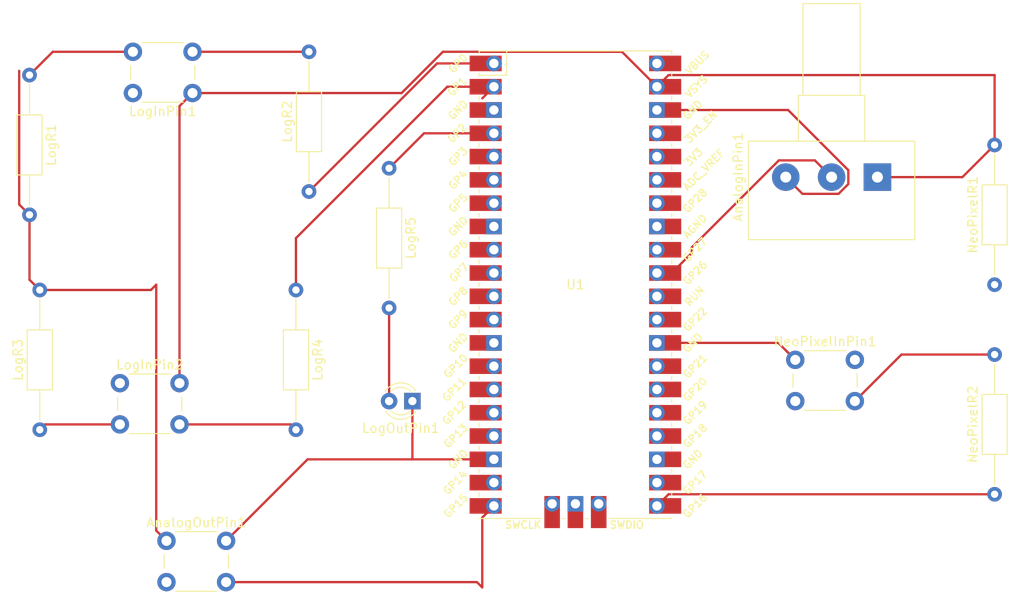
<source format=kicad_pcb>
(kicad_pcb (version 20221018) (generator pcbnew)
  (layers (0 "F.Cu" signal) (31 "B.Cu" signal) (34 "B.Paste" user) (35 "F.Paste" user) (36 "B.SilkS" user "B.Silkscreen") (37 "F.SilkS" user "F.Silkscreen") (38 "B.Mask" user) (39 "F.Mask" user) (44 "Edge.Cuts" user))
  (net 0 "")
  (net 1 "+3V0")
  (net 2 "Net-(U1-GPIO26_ADC0)")
  (net 3 "GND")
  (net 4 "Net-(AnalogOutPin1--)")
  (net 5 "Net-(LogInPin1-Pad2)")
  (net 6 "Net-(LogInPin2-Pad2)")
  (net 7 "Net-(LogOutPin1-A)")
  (net 8 "Net-(NeoPixelInPin1-Pad2)")
  (net 9 "Net-(U1-GPIO1)")
  (net 10 "Net-(U1-GPIO0)")
  (net 11 "Net-(U1-GPIO2)")
  (net 12 "Net-(U1-GPIO16)")
  (footprint "Resistor_THT:R_Axial_DIN0207_L6.3mm_D2.5mm_P15.24mm_Horizontal" (layer "F.Cu") (at 127 71.12 90)
    (fp_text reference "NeoPixelR2" (at 7.62 -2.37 90) (layer "F.SilkS"))
    (fp_text value "10K")
    (fp_line (start 1.04 0) (end 4.35 0) (stroke (width 0.12)) (layer "F.SilkS"))
    (fp_line (start 4.35 -1.37) (end 4.35 1.37) (stroke (width 0.12)) (layer "F.SilkS"))
    (fp_line (start 4.35 1.37) (end 10.89 1.37) (stroke (width 0.12)) (layer "F.SilkS"))
    (fp_line (start 10.89 -1.37) (end 4.35 -1.37) (stroke (width 0.12)) (layer "F.SilkS"))
    (fp_line (start 10.89 1.37) (end 10.89 -1.37) (stroke (width 0.12)) (layer "F.SilkS"))
    (fp_line (start 14.2 0) (end 10.89 0) (stroke (width 0.12)) (layer "F.SilkS"))
    (pad "1" thru_hole circle (at 0 0 90) (size 1.6 1.6) (drill 0.8) (layers "*.Cu" "*.Mask") (net 12 "Net-(U1-GPIO16)"))
    (pad "2" thru_hole oval (at 15.24 0 90) (size 1.6 1.6) (drill 0.8) (layers "*.Cu" "*.Mask") (net 8 "Net-(NeoPixelInPin1-Pad2)"))
  )
  (footprint "MCU_RaspberryPi_and_Boards:RPi_Pico_SMD_TH" (layer "F.Cu") (at 81.28 48.26)
    (fp_text reference "U1" (at 0 0) (layer "F.SilkS"))
    (fp_text value "Pico")
    (fp_text user "GND" (at 12.8 6.35 45) (layer "F.SilkS") (effects (font (size 0.8 0.8))))
    (fp_text user "GP16" (at 13.054 24.13 45) (layer "F.SilkS") (effects (font (size 0.8 0.8))))
    (fp_text user "GND" (at -12.8 -19.05 45) (layer "F.SilkS") (effects (font (size 0.8 0.8))))
    (fp_text user "GND" (at -12.8 19.05 45) (layer "F.SilkS") (effects (font (size 0.8 0.8))))
    (fp_text user "GP2" (at -12.9 -16.51 45) (layer "F.SilkS") (effects (font (size 0.8 0.8))))
    (fp_text user "GP22" (at 13.054 3.81 45) (layer "F.SilkS") (effects (font (size 0.8 0.8))))
    (fp_text user "GP1" (at -12.9 -21.6 45) (layer "F.SilkS") (effects (font (size 0.8 0.8))))
    (fp_text user "GP26" (at 13.054 -1.27 45) (layer "F.SilkS") (effects (font (size 0.8 0.8))))
    (fp_text user "3V3" (at 12.9 -13.9 45) (layer "F.SilkS") (effects (font (size 0.8 0.8))))
    (fp_text user "3V3_EN" (at 13.7 -17.2 45) (layer "F.SilkS") (effects (font (size 0.8 0.8))))
    (fp_text user "GP19" (at 13.054 13.97 45) (layer "F.SilkS") (effects (font (size 0.8 0.8))))
    (fp_text user "GP3" (at -12.8 -13.97 45) (layer "F.SilkS") (effects (font (size 0.8 0.8))))
    (fp_text user "GND" (at -12.8 6.35 45) (layer "F.SilkS") (effects (font (size 0.8 0.8))))
    (fp_text user "GP7" (at -12.7 -1.3 45) (layer "F.SilkS") (effects (font (size 0.8 0.8))))
    (fp_text user "GP11" (at -13.2 11.43 45) (layer "F.SilkS") (effects (font (size 0.8 0.8))))
    (fp_text user "GP9" (at -12.8 3.81 45) (layer "F.SilkS") (effects (font (size 0.8 0.8))))
    (fp_text user "GP6" (at -12.8 -3.81 45) (layer "F.SilkS") (effects (font (size 0.8 0.8))))
    (fp_text user "SWDIO" (at 5.6 26.2) (layer "F.SilkS") (effects (font (size 0.8 0.8))))
    (fp_text user "GP28" (at 13.054 -9.144 45) (layer "F.SilkS") (effects (font (size 0.8 0.8))))
    (fp_text user "ADC_VREF" (at 14 -12.5 45) (layer "F.SilkS") (effects (font (size 0.8 0.8))))
    (fp_text user "GP21" (at 13.054 8.9 45) (layer "F.SilkS") (effects (font (size 0.8 0.8))))
    (fp_text user "VSYS" (at 13.2 -21.59 45) (layer "F.SilkS") (effects (font (size 0.8 0.8))))
    (fp_text user "GND" (at 12.8 19.05 45) (layer "F.SilkS") (effects (font (size 0.8 0.8))))
    (fp_text user "GP17" (at 13.054 21.59 45) (layer "F.SilkS") (effects (font (size 0.8 0.8))))
    (fp_text user "GP18" (at 13.054 16.51 45) (layer "F.SilkS") (effects (font (size 0.8 0.8))))
    (fp_text user "GP14" (at -13.1 21.59 45) (layer "F.SilkS") (effects (font (size 0.8 0.8))))
    (fp_text user "GP15" (at -13.054 24.13 45) (layer "F.SilkS") (effects (font (size 0.8 0.8))))
    (fp_text user "GP8" (at -12.8 1.27 45) (layer "F.SilkS") (effects (font (size 0.8 0.8))))
    (fp_text user "GP27" (at 13.054 -3.8 45) (layer "F.SilkS") (effects (font (size 0.8 0.8))))
    (fp_text user "GND" (at 12.8 -19.05 45) (layer "F.SilkS") (effects (font (size 0.8 0.8))))
    (fp_text user "GP20" (at 13.054 11.43 45) (layer "F.SilkS") (effects (font (size 0.8 0.8))))
    (fp_text user "GND" (at -12.8 -6.35 45) (layer "F.SilkS") (effects (font (size 0.8 0.8))))
    (fp_text user "RUN" (at 13 1.27 45) (layer "F.SilkS") (effects (font (size 0.8 0.8))))
    (fp_text user "SWCLK" (at -5.7 26.2) (layer "F.SilkS") (effects (font (size 0.8 0.8))))
    (fp_text user "GP12" (at -13.2 13.97 45) (layer "F.SilkS") (effects (font (size 0.8 0.8))))
    (fp_text user "AGND" (at 13.054 -6.35 45) (layer "F.SilkS") (effects (font (size 0.8 0.8))))
    (fp_text user "VBUS" (at 13.3 -24.2 45) (layer "F.SilkS") (effects (font (size 0.8 0.8))))
    (fp_text user "GP5" (at -12.8 -8.89 45) (layer "F.SilkS") (effects (font (size 0.8 0.8))))
    (fp_text user "GP0" (at -12.8 -24.13 45) (layer "F.SilkS") (effects (font (size 0.8 0.8))))
    (fp_text user "GP4" (at -12.8 -11.43 45) (layer "F.SilkS") (effects (font (size 0.8 0.8))))
    (fp_text user "GP13" (at -13.054 16.51 45) (layer "F.SilkS") (effects (font (size 0.8 0.8))))
    (fp_text user "GP10" (at -13.054 8.89 45) (layer "F.SilkS") (effects (font (size 0.8 0.8))))
    (fp_line (start -10.5 -25.5) (end -10.5 -25.2) (stroke (width 0.12)) (layer "F.SilkS"))
    (fp_line (start -10.5 -25.5) (end 10.5 -25.5) (stroke (width 0.12)) (layer "F.SilkS"))
    (fp_line (start -10.5 -23.1) (end -10.5 -22.7) (stroke (width 0.12)) (layer "F.SilkS"))
    (fp_line (start -10.5 -22.833) (end -7.493 -22.833) (stroke (width 0.12)) (layer "F.SilkS"))
    (fp_line (start -10.5 -20.5) (end -10.5 -20.1) (stroke (width 0.12)) (layer "F.SilkS"))
    (fp_line (start -10.5 -18) (end -10.5 -17.6) (stroke (width 0.12)) (layer "F.SilkS"))
    (fp_line (start -10.5 -15.4) (end -10.5 -15) (stroke (width 0.12)) (layer "F.SilkS"))
    (fp_line (start -10.5 -12.9) (end -10.5 -12.5) (stroke (width 0.12)) (layer "F.SilkS"))
    (fp_line (start -10.5 -10.4) (end -10.5 -10) (stroke (width 0.12)) (layer "F.SilkS"))
    (fp_line (start -10.5 -7.8) (end -10.5 -7.4) (stroke (width 0.12)) (layer "F.SilkS"))
    (fp_line (start -10.5 -5.3) (end -10.5 -4.9) (stroke (width 0.12)) (layer "F.SilkS"))
    (fp_line (start -10.5 -2.7) (end -10.5 -2.3) (stroke (width 0.12)) (layer "F.SilkS"))
    (fp_line (start -10.5 -0.2) (end -10.5 0.2) (stroke (width 0.12)) (layer "F.SilkS"))
    (fp_line (start -10.5 2.3) (end -10.5 2.7) (stroke (width 0.12)) (layer "F.SilkS"))
    (fp_line (start -10.5 4.9) (end -10.5 5.3) (stroke (width 0.12)) (layer "F.SilkS"))
    (fp_line (start -10.5 7.4) (end -10.5 7.8) (stroke (width 0.12)) (layer "F.SilkS"))
    (fp_line (start -10.5 10) (end -10.5 10.4) (stroke (width 0.12)) (layer "F.SilkS"))
    (fp_line (start -10.5 12.5) (end -10.5 12.9) (stroke (width 0.12)) (layer "F.SilkS"))
    (fp_line (start -10.5 15.1) (end -10.5 15.5) (stroke (width 0.12)) (layer "F.SilkS"))
    (fp_line (start -10.5 17.6) (end -10.5 18) (stroke (width 0.12)) (layer "F.SilkS"))
    (fp_line (start -10.5 20.1) (end -10.5 20.5) (stroke (width 0.12)) (layer "F.SilkS"))
    (fp_line (start -10.5 22.7) (end -10.5 23.1) (stroke (width 0.12)) (layer "F.SilkS"))
    (fp_line (start -7.493 -22.833) (end -7.493 -25.5) (stroke (width 0.12)) (layer "F.SilkS"))
    (fp_line (start -3.7 25.5) (end -10.5 25.5) (stroke (width 0.12)) (layer "F.SilkS"))
    (fp_line (start -1.5 25.5) (end -1.1 25.5) (stroke (width 0.12)) (layer "F.SilkS"))
    (fp_line (start 1.1 25.5) (end 1.5 25.5) (stroke (width 0.12)) (layer "F.SilkS"))
    (fp_line (start 10.5 -25.5) (end 10.5 -25.2) (stroke (width 0.12)) (layer "F.SilkS"))
    (fp_line (start 10.5 -23.1) (end 10.5 -22.7) (stroke (width 0.12)) (layer "F.SilkS"))
    (fp_line (start 10.5 -20.5) (end 10.5 -20.1) (stroke (width 0.12)) (layer "F.SilkS"))
    (fp_line (start 10.5 -18) (end 10.5 -17.6) (stroke (width 0.12)) (layer "F.SilkS"))
    (fp_line (start 10.5 -15.4) (end 10.5 -15) (stroke (width 0.12)) (layer "F.SilkS"))
    (fp_line (start 10.5 -12.9) (end 10.5 -12.5) (stroke (width 0.12)) (layer "F.SilkS"))
    (fp_line (start 10.5 -10.4) (end 10.5 -10) (stroke (width 0.12)) (layer "F.SilkS"))
    (fp_line (start 10.5 -7.8) (end 10.5 -7.4) (stroke (width 0.12)) (layer "F.SilkS"))
    (fp_line (start 10.5 -5.3) (end 10.5 -4.9) (stroke (width 0.12)) (layer "F.SilkS"))
    (fp_line (start 10.5 -2.7) (end 10.5 -2.3) (stroke (width 0.12)) (layer "F.SilkS"))
    (fp_line (start 10.5 -0.2) (end 10.5 0.2) (stroke (width 0.12)) (layer "F.SilkS"))
    (fp_line (start 10.5 2.3) (end 10.5 2.7) (stroke (width 0.12)) (layer "F.SilkS"))
    (fp_line (start 10.5 4.9) (end 10.5 5.3) (stroke (width 0.12)) (layer "F.SilkS"))
    (fp_line (start 10.5 7.4) (end 10.5 7.8) (stroke (width 0.12)) (layer "F.SilkS"))
    (fp_line (start 10.5 10) (end 10.5 10.4) (stroke (width 0.12)) (layer "F.SilkS"))
    (fp_line (start 10.5 12.5) (end 10.5 12.9) (stroke (width 0.12)) (layer "F.SilkS"))
    (fp_line (start 10.5 15.1) (end 10.5 15.5) (stroke (width 0.12)) (layer "F.SilkS"))
    (fp_line (start 10.5 17.6) (end 10.5 18) (stroke (width 0.12)) (layer "F.SilkS"))
    (fp_line (start 10.5 20.1) (end 10.5 20.5) (stroke (width 0.12)) (layer "F.SilkS"))
    (fp_line (start 10.5 22.7) (end 10.5 23.1) (stroke (width 0.12)) (layer "F.SilkS"))
    (fp_line (start 10.5 25.5) (end 3.7 25.5) (stroke (width 0.12)) (layer "F.SilkS"))
    (pad "" np_thru_hole oval (at -2.725 -24) (size 1.8 1.8) (drill 1.8) (layers "*.Cu" "*.Mask"))
    (pad "" np_thru_hole oval (at -2.425 -20.97) (size 1.5 1.5) (drill 1.5) (layers "*.Cu" "*.Mask"))
    (pad "" np_thru_hole oval (at 2.425 -20.97) (size 1.5 1.5) (drill 1.5) (layers "*.Cu" "*.Mask"))
    (pad "" np_thru_hole oval (at 2.725 -24) (size 1.8 1.8) (drill 1.8) (layers "*.Cu" "*.Mask"))
    (pad "1" thru_hole oval (at -8.89 -24.13) (size 1.7 1.7) (drill 1.02) (layers "*.Cu" "*.Mask") (net 10 "Net-(U1-GPIO0)"))
    (pad "1" smd rect (at -8.89 -24.13) (size 3.5 1.7) (drill (offset -0.9 0)) (layers "F.Cu" "F.Mask") (net 10 "Net-(U1-GPIO0)"))
    (pad "2" thru_hole oval (at -8.89 -21.59) (size 1.7 1.7) (drill 1.02) (layers "*.Cu" "*.Mask") (net 9 "Net-(U1-GPIO1)"))
    (pad "2" smd rect (at -8.89 -21.59) (size 3.5 1.7) (drill (offset -0.9 0)) (layers "F.Cu" "F.Mask") (net 9 "Net-(U1-GPIO1)"))
    (pad "3" thru_hole rect (at -8.89 -19.05) (size 1.7 1.7) (drill 1.02) (layers "*.Cu" "*.Mask") (net 3 "GND"))
    (pad "3" smd rect (at -8.89 -19.05) (size 3.5 1.7) (drill (offset -0.9 0)) (layers "F.Cu" "F.Mask") (net 3 "GND"))
    (pad "4" thru_hole oval (at -8.89 -16.51) (size 1.7 1.7) (drill 1.02) (layers "*.Cu" "*.Mask") (net 11 "Net-(U1-GPIO2)"))
    (pad "4" smd rect (at -8.89 -16.51) (size 3.5 1.7) (drill (offset -0.9 0)) (layers "F.Cu" "F.Mask") (net 11 "Net-(U1-GPIO2)"))
    (pad "5" thru_hole oval (at -8.89 -13.97) (size 1.7 1.7) (drill 1.02) (layers "*.Cu" "*.Mask"))
    (pad "5" smd rect (at -8.89 -13.97) (size 3.5 1.7) (drill (offset -0.9 0)) (layers "F.Cu" "F.Mask"))
    (pad "6" thru_hole oval (at -8.89 -11.43) (size 1.7 1.7) (drill 1.02) (layers "*.Cu" "*.Mask"))
    (pad "6" smd rect (at -8.89 -11.43) (size 3.5 1.7) (drill (offset -0.9 0)) (layers "F.Cu" "F.Mask"))
    (pad "7" thru_hole oval (at -8.89 -8.89) (size 1.7 1.7) (drill 1.02) (layers "*.Cu" "*.Mask"))
    (pad "7" smd rect (at -8.89 -8.89) (size 3.5 1.7) (drill (offset -0.9 0)) (layers "F.Cu" "F.Mask"))
    (pad "8" thru_hole rect (at -8.89 -6.35) (size 1.7 1.7) (drill 1.02) (layers "*.Cu" "*.Mask"))
    (pad "8" smd rect (at -8.89 -6.35) (size 3.5 1.7) (drill (offset -0.9 0)) (layers "F.Cu" "F.Mask"))
    (pad "9" thru_hole oval (at -8.89 -3.81) (size 1.7 1.7) (drill 1.02) (layers "*.Cu" "*.Mask"))
    (pad "9" smd rect (at -8.89 -3.81) (size 3.5 1.7) (drill (offset -0.9 0)) (layers "F.Cu" "F.Mask"))
    (pad "10" thru_hole oval (at -8.89 -1.27) (size 1.7 1.7) (drill 1.02) (layers "*.Cu" "*.Mask"))
    (pad "10" smd rect (at -8.89 -1.27) (size 3.5 1.7) (drill (offset -0.9 0)) (layers "F.Cu" "F.Mask"))
    (pad "11" thru_hole oval (at -8.89 1.27) (size 1.7 1.7) (drill 1.02) (layers "*.Cu" "*.Mask"))
    (pad "11" smd rect (at -8.89 1.27) (size 3.5 1.7) (drill (offset -0.9 0)) (layers "F.Cu" "F.Mask"))
    (pad "12" thru_hole oval (at -8.89 3.81) (size 1.7 1.7) (drill 1.02) (layers "*.Cu" "*.Mask"))
    (pad "12" smd rect (at -8.89 3.81) (size 3.5 1.7) (drill (offset -0.9 0)) (layers "F.Cu" "F.Mask"))
    (pad "13" thru_hole rect (at -8.89 6.35) (size 1.7 1.7) (drill 1.02) (layers "*.Cu" "*.Mask"))
    (pad "13" smd rect (at -8.89 6.35) (size 3.5 1.7) (drill (offset -0.9 0)) (layers "F.Cu" "F.Mask"))
    (pad "14" thru_hole oval (at -8.89 8.89) (size 1.7 1.7) (drill 1.02) (layers "*.Cu" "*.Mask"))
    (pad "14" smd rect (at -8.89 8.89) (size 3.5 1.7) (drill (offset -0.9 0)) (layers "F.Cu" "F.Mask"))
    (pad "15" thru_hole oval (at -8.89 11.43) (size 1.7 1.7) (drill 1.02) (layers "*.Cu" "*.Mask"))
    (pad "15" smd rect (at -8.89 11.43) (size 3.5 1.7) (drill (offset -0.9 0)) (layers "F.Cu" "F.Mask"))
    (pad "16" thru_hole oval (at -8.89 13.97) (size 1.7 1.7) (drill 1.02) (layers "*.Cu" "*.Mask"))
    (pad "16" smd rect (at -8.89 13.97) (size 3.5 1.7) (drill (offset -0.9 0)) (layers "F.Cu" "F.Mask"))
    (pad "17" thru_hole oval (at -8.89 16.51) (size 1.7 1.7) (drill 1.02) (layers "*.Cu" "*.Mask"))
    (pad "17" smd rect (at -8.89 16.51) (size 3.5 1.7) (drill (offset -0.9 0)) (layers "F.Cu" "F.Mask"))
    (pad "18" thru_hole rect (at -8.89 19.05) (size 1.7 1.7) (drill 1.02) (layers "*.Cu" "*.Mask") (net 3 "GND"))
    (pad "18" smd rect (at -8.89 19.05) (size 3.5 1.7) (drill (offset -0.9 0)) (layers "F.Cu" "F.Mask") (net 3 "GND"))
    (pad "19" thru_hole oval (at -8.89 21.59) (size 1.7 1.7) (drill 1.02) (layers "*.Cu" "*.Mask"))
    (pad "19" smd rect (at -8.89 21.59) (size 3.5 1.7) (drill (offset -0.9 0)) (layers "F.Cu" "F.Mask"))
    (pad "20" thru_hole oval (at -8.89 24.13) (size 1.7 1.7) (drill 1.02) (layers "*.Cu" "*.Mask") (net 4 "Net-(AnalogOutPin1--)"))
    (pad "20" smd rect (at -8.89 24.13) (size 3.5 1.7) (drill (offset -0.9 0)) (layers "F.Cu" "F.Mask") (net 4 "Net-(AnalogOutPin1--)"))
    (pad "21" thru_hole oval (at 8.89 24.13) (size 1.7 1.7) (drill 1.02) (layers "*.Cu" "*.Mask") (net 12 "Net-(U1-GPIO16)"))
    (pad "21" smd rect (at 8.89 24.13) (size 3.5 1.7) (drill (offset 0.9 0)) (layers "F.Cu" "F.Mask") (net 12 "Net-(U1-GPIO16)"))
    (pad "22" thru_hole oval (at 8.89 21.59) (size 1.7 1.7) (drill 1.02) (layers "*.Cu" "*.Mask"))
    (pad "22" smd rect (at 8.89 21.59) (size 3.5 1.7) (drill (offset 0.9 0)) (layers "F.Cu" "F.Mask"))
    (pad "23" thru_hole rect (at 8.89 19.05) (size 1.7 1.7) (drill 1.02) (layers "*.Cu" "*.Mask") (net 3 "GND"))
    (pad "23" smd rect (at 8.89 19.05) (size 3.5 1.7) (drill (offset 0.9 0)) (layers "F.Cu" "F.Mask") (net 3 "GND"))
    (pad "24" thru_hole oval (at 8.89 16.51) (size 1.7 1.7) (drill 1.02) (layers "*.Cu" "*.Mask"))
    (pad "24" smd rect (at 8.89 16.51) (size 3.5 1.7) (drill (offset 0.9 0)) (layers "F.Cu" "F.Mask"))
    (pad "25" thru_hole oval (at 8.89 13.97) (size 1.7 1.7) (drill 1.02) (layers "*.Cu" "*.Mask"))
    (pad "25" smd rect (at 8.89 13.97) (size 3.5 1.7) (drill (offset 0.9 0)) (layers "F.Cu" "F.Mask"))
    (pad "26" thru_hole oval (at 8.89 11.43) (size 1.7 1.7) (drill 1.02) (layers "*.Cu" "*.Mask"))
    (pad "26" smd rect (at 8.89 11.43) (size 3.5 1.7) (drill (offset 0.9 0)) (layers "F.Cu" "F.Mask"))
    (pad "27" thru_hole oval (at 8.89 8.89) (size 1.7 1.7) (drill 1.02) (layers "*.Cu" "*.Mask"))
    (pad "27" smd rect (at 8.89 8.89) (size 3.5 1.7) (drill (offset 0.9 0)) (layers "F.Cu" "F.Mask"))
    (pad "28" thru_hole rect (at 8.89 6.35) (size 1.7 1.7) (drill 1.02) (layers "*.Cu" "*.Mask") (net 3 "GND"))
    (pad "28" smd rect (at 8.89 6.35) (size 3.5 1.7) (drill (offset 0.9 0)) (layers "F.Cu" "F.Mask") (net 3 "GND"))
    (pad "29" thru_hole oval (at 8.89 3.81) (size 1.7 1.7) (drill 1.02) (layers "*.Cu" "*.Mask"))
    (pad "29" smd rect (at 8.89 3.81) (size 3.5 1.7) (drill (offset 0.9 0)) (layers "F.Cu" "F.Mask"))
    (pad "30" thru_hole oval (at 8.89 1.27) (size 1.7 1.7) (drill 1.02) (layers "*.Cu" "*.Mask"))
    (pad "30" smd rect (at 8.89 1.27) (size 3.5 1.7) (drill (offset 0.9 0)) (layers "F.Cu" "F.Mask"))
    (pad "31" thru_hole oval (at 8.89 -1.27) (size 1.7 1.7) (drill 1.02) (layers "*.Cu" "*.Mask") (net 2 "Net-(U1-GPIO26_ADC0)"))
    (pad "31" smd rect (at 8.89 -1.27) (size 3.5 1.7) (drill (offset 0.9 0)) (layers "F.Cu" "F.Mask") (net 2 "Net-(U1-GPIO26_ADC0)"))
    (pad "32" thru_hole oval (at 8.89 -3.81) (size 1.7 1.7) (drill 1.02) (layers "*.Cu" "*.Mask"))
    (pad "32" smd rect (at 8.89 -3.81) (size 3.5 1.7) (drill (offset 0.9 0)) (layers "F.Cu" "F.Mask"))
    (pad "33" thru_hole rect (at 8.89 -6.35) (size 1.7 1.7) (drill 1.02) (layers "*.Cu" "*.Mask"))
    (pad "33" smd rect (at 8.89 -6.35) (size 3.5 1.7) (drill (offset 0.9 0)) (layers "F.Cu" "F.Mask"))
    (pad "34" thru_hole oval (at 8.89 -8.89) (size 1.7 1.7) (drill 1.02) (layers "*.Cu" "*.Mask"))
    (pad "34" smd rect (at 8.89 -8.89) (size 3.5 1.7) (drill (offset 0.9 0)) (layers "F.Cu" "F.Mask"))
    (pad "35" thru_hole oval (at 8.89 -11.43) (size 1.7 1.7) (drill 1.02) (layers "*.Cu" "*.Mask"))
    (pad "35" smd rect (at 8.89 -11.43) (size 3.5 1.7) (drill (offset 0.9 0)) (layers "F.Cu" "F.Mask"))
    (pad "36" thru_hole oval (at 8.89 -13.97) (size 1.7 1.7) (drill 1.02) (layers "*.Cu" "*.Mask"))
    (pad "36" smd rect (at 8.89 -13.97) (size 3.5 1.7) (drill (offset 0.9 0)) (layers "F.Cu" "F.Mask"))
    (pad "37" thru_hole oval (at 8.89 -16.51) (size 1.7 1.7) (drill 1.02) (layers "*.Cu" "*.Mask"))
    (pad "37" smd rect (at 8.89 -16.51) (size 3.5 1.7) (drill (offset 0.9 0)) (layers "F.Cu" "F.Mask"))
    (pad "38" thru_hole rect (at 8.89 -19.05) (size 1.7 1.7) (drill 1.02) (layers "*.Cu" "*.Mask") (net 3 "GND"))
    (pad "38" smd rect (at 8.89 -19.05) (size 3.5 1.7) (drill (offset 0.9 0)) (layers "F.Cu" "F.Mask") (net 3 "GND"))
    (pad "39" thru_hole oval (at 8.89 -21.59) (size 1.7 1.7) (drill 1.02) (layers "*.Cu" "*.Mask") (net 1 "+3V0"))
    (pad "39" smd rect (at 8.89 -21.59) (size 3.5 1.7) (drill (offset 0.9 0)) (layers "F.Cu" "F.Mask") (net 1 "+3V0"))
    (pad "40" thru_hole oval (at 8.89 -24.13) (size 1.7 1.7) (drill 1.02) (layers "*.Cu" "*.Mask"))
    (pad "40" smd rect (at 8.89 -24.13) (size 3.5 1.7) (drill (offset 0.9 0)) (layers "F.Cu" "F.Mask"))
    (pad "41" thru_hole oval (at -2.54 23.9) (size 1.7 1.7) (drill 1.02) (layers "*.Cu" "*.Mask"))
    (pad "41" smd rect (at -2.54 23.9 90) (size 3.5 1.7) (drill (offset -0.9 0)) (layers "F.Cu" "F.Mask"))
    (pad "42" thru_hole rect (at 0 23.9) (size 1.7 1.7) (drill 1.02) (layers "*.Cu" "*.Mask"))
    (pad "42" smd rect (at 0 23.9 90) (size 3.5 1.7) (drill (offset -0.9 0)) (layers "F.Cu" "F.Mask"))
    (pad "43" thru_hole oval (at 2.54 23.9) (size 1.7 1.7) (drill 1.02) (layers "*.Cu" "*.Mask"))
    (pad "43" smd rect (at 2.54 23.9 90) (size 3.5 1.7) (drill (offset -0.9 0)) (layers "F.Cu" "F.Mask"))
  )
  (footprint "Resistor_THT:R_Axial_DIN0207_L6.3mm_D2.5mm_P15.24mm_Horizontal" (layer "F.Cu") (at 22.86 64.08 90)
    (fp_text reference "LogR3" (at 7.62 -2.37 90) (layer "F.SilkS"))
    (fp_text value "10K")
    (fp_line (start 1.04 0) (end 4.35 0) (stroke (width 0.12)) (layer "F.SilkS"))
    (fp_line (start 4.35 -1.37) (end 4.35 1.37) (stroke (width 0.12)) (layer "F.SilkS"))
    (fp_line (start 4.35 1.37) (end 10.89 1.37) (stroke (width 0.12)) (layer "F.SilkS"))
    (fp_line (start 10.89 -1.37) (end 4.35 -1.37) (stroke (width 0.12)) (layer "F.SilkS"))
    (fp_line (start 10.89 1.37) (end 10.89 -1.37) (stroke (width 0.12)) (layer "F.SilkS"))
    (fp_line (start 14.2 0) (end 10.89 0) (stroke (width 0.12)) (layer "F.SilkS"))
    (pad "1" thru_hole circle (at 0 0 90) (size 1.6 1.6) (drill 0.8) (layers "*.Cu" "*.Mask") (net 6 "Net-(LogInPin2-Pad2)"))
    (pad "2" thru_hole oval (at 15.24 0 90) (size 1.6 1.6) (drill 0.8) (layers "*.Cu" "*.Mask") (net 3 "GND"))
  )
  (footprint "Button_Switch_THT:SW_PUSH_6mm" (layer "F.Cu") (at 105.26 56.46)
    (fp_text reference "NeoPixelInPin1" (at 3.25 -2) (layer "F.SilkS"))
    (fp_text value "SW_Push")
    (fp_line (start -0.25 1.5) (end -0.25 3) (stroke (width 0.12)) (layer "F.SilkS"))
    (fp_line (start 1 5.5) (end 5.5 5.5) (stroke (width 0.12)) (layer "F.SilkS"))
    (fp_line (start 5.5 -1) (end 1 -1) (stroke (width 0.12)) (layer "F.SilkS"))
    (fp_line (start 6.75 3) (end 6.75 1.5) (stroke (width 0.12)) (layer "F.SilkS"))
    (pad "1" thru_hole circle (at 0 0 90) (size 2 2) (drill 1.1) (layers "*.Cu" "*.Mask") (net 3 "GND"))
    (pad "1" thru_hole circle (at 6.5 0 90) (size 2 2) (drill 1.1) (layers "*.Cu" "*.Mask") (net 3 "GND"))
    (pad "2" thru_hole circle (at 0 4.5 90) (size 2 2) (drill 1.1) (layers "*.Cu" "*.Mask") (net 8 "Net-(NeoPixelInPin1-Pad2)"))
    (pad "2" thru_hole circle (at 6.5 4.5 90) (size 2 2) (drill 1.1) (layers "*.Cu" "*.Mask") (net 8 "Net-(NeoPixelInPin1-Pad2)"))
  )
  (footprint "Potentiometer_THT:Potentiometer_Alps_RK163_Single_Horizontal" (layer "F.Cu") (at 114.22 36.53 -90)
    (fp_text reference "AnalogInPin1" (at 0 15.2 90) (layer "F.SilkS"))
    (fp_text value "R_Potentiometer_Trim_US")
    (fp_line (start -18.92 8.12) (end -18.92 1.88) (stroke (width 0.12)) (layer "F.SilkS"))
    (fp_line (start -8.92 1.88) (end -18.92 1.88) (stroke (width 0.12)) (layer "F.SilkS"))
    (fp_line (start -8.92 8.12) (end -18.92 8.12) (stroke (width 0.12)) (layer "F.SilkS"))
    (fp_line (start -8.92 8.62) (end -8.92 1.38) (stroke (width 0.12)) (layer "F.SilkS"))
    (fp_line (start -3.92 1.38) (end -8.92 1.38) (stroke (width 0.12)) (layer "F.SilkS"))
    (fp_line (start -3.92 8.62) (end -8.92 8.62) (stroke (width 0.12)) (layer "F.SilkS"))
    (fp_line (start -3.92 14.07) (end -3.92 -4.07) (stroke (width 0.12)) (layer "F.SilkS"))
    (fp_line (start 6.82 -4.07) (end -3.92 -4.07) (stroke (width 0.12)) (layer "F.SilkS"))
    (fp_line (start 6.82 14.07) (end -3.92 14.07) (stroke (width 0.12)) (layer "F.SilkS"))
    (fp_line (start 6.82 14.07) (end 6.82 -4.07) (stroke (width 0.12)) (layer "F.SilkS"))
    (pad "1" thru_hole rect (at 0 0 90) (size 3 3) (drill 1.2) (layers "*.Cu" "*.Mask") (net 1 "+3V0"))
    (pad "2" thru_hole circle (at 0 5 90) (size 3 3) (drill 1.2) (layers "*.Cu" "*.Mask") (net 2 "Net-(U1-GPIO26_ADC0)"))
    (pad "3" thru_hole circle (at 0 10 90) (size 3 3) (drill 1.2) (layers "*.Cu" "*.Mask") (net 3 "GND"))
  )
  (footprint "LED_THT:LED_D3.0mm" (layer "F.Cu") (at 63.5 60.96 180)
    (fp_text reference "LogOutPin1" (at 1.27 -2.96) (layer "F.SilkS"))
    (fp_text value "LED")
    (fp_line (start -0.29 -1.236) (end -0.29 -1.08) (stroke (width 0.12)) (layer "F.SilkS"))
    (fp_line (start -0.29 1.08) (end -0.29 1.236) (stroke (width 0.12)) (layer "F.SilkS"))
    (fp_arc (start -0.29 -1.235516) (mid 1.366487 -1.987659) (end 2.942335 -1.078608) (stroke (width 0.12)) (layer "F.SilkS"))
    (fp_arc (start 0.229039 -1.08) (mid 1.270117 -1.5) (end 2.31113 -1.079837) (stroke (width 0.12)) (layer "F.SilkS"))
    (fp_arc (start 2.31113 1.079837) (mid 1.270117 1.5) (end 0.229039 1.08) (stroke (width 0.12)) (layer "F.SilkS"))
    (fp_arc (start 2.942335 1.078608) (mid 1.366487 1.987659) (end -0.29 1.235516) (stroke (width 0.12)) (layer "F.SilkS"))
    (pad "1" thru_hole rect (at 0 0 180) (size 1.8 1.8) (drill 0.9) (layers "*.Cu" "*.Mask") (net 3 "GND"))
    (pad "2" thru_hole circle (at 2.54 0 180) (size 1.8 1.8) (drill 0.9) (layers "*.Cu" "*.Mask") (net 7 "Net-(LogOutPin1-A)"))
  )
  (footprint "Button_Switch_THT:SW_PUSH_6mm" (layer "F.Cu") (at 36.68 76.2)
    (fp_text reference "AnalogOutPin1" (at 3.25 -2) (layer "F.SilkS"))
    (fp_text value "Motor_DC")
    (fp_line (start -0.25 1.5) (end -0.25 3) (stroke (width 0.12)) (layer "F.SilkS"))
    (fp_line (start 1 5.5) (end 5.5 5.5) (stroke (width 0.12)) (layer "F.SilkS"))
    (fp_line (start 5.5 -1) (end 1 -1) (stroke (width 0.12)) (layer "F.SilkS"))
    (fp_line (start 6.75 3) (end 6.75 1.5) (stroke (width 0.12)) (layer "F.SilkS"))
    (pad "1" thru_hole circle (at 0 0 90) (size 2 2) (drill 1.1) (layers "*.Cu" "*.Mask") (net 3 "GND"))
    (pad "1" thru_hole circle (at 6.5 0 90) (size 2 2) (drill 1.1) (layers "*.Cu" "*.Mask") (net 3 "GND"))
    (pad "2" thru_hole circle (at 0 4.5 90) (size 2 2) (drill 1.1) (layers "*.Cu" "*.Mask") (net 4 "Net-(AnalogOutPin1--)"))
    (pad "2" thru_hole circle (at 6.5 4.5 90) (size 2 2) (drill 1.1) (layers "*.Cu" "*.Mask") (net 4 "Net-(AnalogOutPin1--)"))
  )
  (footprint "Resistor_THT:R_Axial_DIN0207_L6.3mm_D2.5mm_P15.24mm_Horizontal" (layer "F.Cu") (at 127 48.26 90)
    (fp_text reference "NeoPixelR1" (at 7.62 -2.37 90) (layer "F.SilkS"))
    (fp_text value "10K")
    (fp_line (start 1.04 0) (end 4.35 0) (stroke (width 0.12)) (layer "F.SilkS"))
    (fp_line (start 4.35 -1.37) (end 4.35 1.37) (stroke (width 0.12)) (layer "F.SilkS"))
    (fp_line (start 4.35 1.37) (end 10.89 1.37) (stroke (width 0.12)) (layer "F.SilkS"))
    (fp_line (start 10.89 -1.37) (end 4.35 -1.37) (stroke (width 0.12)) (layer "F.SilkS"))
    (fp_line (start 10.89 1.37) (end 10.89 -1.37) (stroke (width 0.12)) (layer "F.SilkS"))
    (fp_line (start 14.2 0) (end 10.89 0) (stroke (width 0.12)) (layer "F.SilkS"))
    (pad "1" thru_hole circle (at 0 0 90) (size 1.6 1.6) (drill 0.8) (layers "*.Cu" "*.Mask") (net 8 "Net-(NeoPixelInPin1-Pad2)"))
    (pad "2" thru_hole oval (at 15.24 0 90) (size 1.6 1.6) (drill 0.8) (layers "*.Cu" "*.Mask") (net 1 "+3V0"))
  )
  (footprint "Resistor_THT:R_Axial_DIN0207_L6.3mm_D2.5mm_P15.24mm_Horizontal" (layer "F.Cu") (at 52.22 38.1 90)
    (fp_text reference "LogR2" (at 7.62 -2.37 90) (layer "F.SilkS"))
    (fp_text value "10K")
    (fp_line (start 1.04 0) (end 4.35 0) (stroke (width 0.12)) (layer "F.SilkS"))
    (fp_line (start 4.35 -1.37) (end 4.35 1.37) (stroke (width 0.12)) (layer "F.SilkS"))
    (fp_line (start 4.35 1.37) (end 10.89 1.37) (stroke (width 0.12)) (layer "F.SilkS"))
    (fp_line (start 10.89 -1.37) (end 4.35 -1.37) (stroke (width 0.12)) (layer "F.SilkS"))
    (fp_line (start 10.89 1.37) (end 10.89 -1.37) (stroke (width 0.12)) (layer "F.SilkS"))
    (fp_line (start 14.2 0) (end 10.89 0) (stroke (width 0.12)) (layer "F.SilkS"))
    (pad "1" thru_hole circle (at 0 0 90) (size 1.6 1.6) (drill 0.8) (layers "*.Cu" "*.Mask") (net 10 "Net-(U1-GPIO0)"))
    (pad "2" thru_hole oval (at 15.24 0 90) (size 1.6 1.6) (drill 0.8) (layers "*.Cu" "*.Mask") (net 5 "Net-(LogInPin1-Pad2)"))
  )
  (footprint "Resistor_THT:R_Axial_DIN0207_L6.3mm_D2.5mm_P15.24mm_Horizontal" (layer "F.Cu") (at 21.74 25.4 -90)
    (fp_text reference "LogR1" (at 7.62 -2.37 90) (layer "F.SilkS"))
    (fp_text value "10K")
    (fp_line (start 1.04 0) (end 4.35 0) (stroke (width 0.12)) (layer "F.SilkS"))
    (fp_line (start 4.35 -1.37) (end 4.35 1.37) (stroke (width 0.12)) (layer "F.SilkS"))
    (fp_line (start 4.35 1.37) (end 10.89 1.37) (stroke (width 0.12)) (layer "F.SilkS"))
    (fp_line (start 10.89 -1.37) (end 4.35 -1.37) (stroke (width 0.12)) (layer "F.SilkS"))
    (fp_line (start 10.89 1.37) (end 10.89 -1.37) (stroke (width 0.12)) (layer "F.SilkS"))
    (fp_line (start 14.2 0) (end 10.89 0) (stroke (width 0.12)) (layer "F.SilkS"))
    (pad "1" thru_hole circle (at 0 0 270) (size 1.6 1.6) (drill 0.8) (layers "*.Cu" "*.Mask") (net 5 "Net-(LogInPin1-Pad2)"))
    (pad "2" thru_hole oval (at 15.24 0 270) (size 1.6 1.6) (drill 0.8) (layers "*.Cu" "*.Mask") (net 3 "GND"))
  )
  (footprint "Button_Switch_THT:SW_PUSH_6mm" (layer "F.Cu") (at 39.52 27.36 180)
    (fp_text reference "LogInPin1" (at 3.25 -2) (layer "F.SilkS"))
    (fp_text value "SW_Push")
    (fp_line (start -0.25 1.5) (end -0.25 3) (stroke (width 0.12)) (layer "F.SilkS"))
    (fp_line (start 1 5.5) (end 5.5 5.5) (stroke (width 0.12)) (layer "F.SilkS"))
    (fp_line (start 5.5 -1) (end 1 -1) (stroke (width 0.12)) (layer "F.SilkS"))
    (fp_line (start 6.75 3) (end 6.75 1.5) (stroke (width 0.12)) (layer "F.SilkS"))
    (pad "1" thru_hole circle (at 0 0 270) (size 2 2) (drill 1.1) (layers "*.Cu" "*.Mask") (net 1 "+3V0"))
    (pad "1" thru_hole circle (at 6.5 0 270) (size 2 2) (drill 1.1) (layers "*.Cu" "*.Mask") (net 1 "+3V0"))
    (pad "2" thru_hole circle (at 0 4.5 270) (size 2 2) (drill 1.1) (layers "*.Cu" "*.Mask") (net 5 "Net-(LogInPin1-Pad2)"))
    (pad "2" thru_hole circle (at 6.5 4.5 270) (size 2 2) (drill 1.1) (layers "*.Cu" "*.Mask") (net 5 "Net-(LogInPin1-Pad2)"))
  )
  (footprint "Resistor_THT:R_Axial_DIN0207_L6.3mm_D2.5mm_P15.24mm_Horizontal" (layer "F.Cu") (at 50.8 48.84 -90)
    (fp_text reference "LogR4" (at 7.62 -2.37 90) (layer "F.SilkS"))
    (fp_text value "10K")
    (fp_line (start 1.04 0) (end 4.35 0) (stroke (width 0.12)) (layer "F.SilkS"))
    (fp_line (start 4.35 -1.37) (end 4.35 1.37) (stroke (width 0.12)) (layer "F.SilkS"))
    (fp_line (start 4.35 1.37) (end 10.89 1.37) (stroke (width 0.12)) (layer "F.SilkS"))
    (fp_line (start 10.89 -1.37) (end 4.35 -1.37) (stroke (width 0.12)) (layer "F.SilkS"))
    (fp_line (start 10.89 1.37) (end 10.89 -1.37) (stroke (width 0.12)) (layer "F.SilkS"))
    (fp_line (start 14.2 0) (end 10.89 0) (stroke (width 0.12)) (layer "F.SilkS"))
    (pad "1" thru_hole circle (at 0 0 270) (size 1.6 1.6) (drill 0.8) (layers "*.Cu" "*.Mask") (net 9 "Net-(U1-GPIO1)"))
    (pad "2" thru_hole oval (at 15.24 0 270) (size 1.6 1.6) (drill 0.8) (layers "*.Cu" "*.Mask") (net 6 "Net-(LogInPin2-Pad2)"))
  )
  (footprint "Button_Switch_THT:SW_PUSH_6mm" (layer "F.Cu") (at 31.6 59)
    (fp_text reference "LogInPin2" (at 3.25 -2) (layer "F.SilkS"))
    (fp_text value "SW_Push")
    (fp_line (start -0.25 1.5) (end -0.25 3) (stroke (width 0.12)) (layer "F.SilkS"))
    (fp_line (start 1 5.5) (end 5.5 5.5) (stroke (width 0.12)) (layer "F.SilkS"))
    (fp_line (start 5.5 -1) (end 1 -1) (stroke (width 0.12)) (layer "F.SilkS"))
    (fp_line (start 6.75 3) (end 6.75 1.5) (stroke (width 0.12)) (layer "F.SilkS"))
    (pad "1" thru_hole circle (at 0 0 90) (size 2 2) (drill 1.1) (layers "*.Cu" "*.Mask") (net 1 "+3V0"))
    (pad "1" thru_hole circle (at 6.5 0 90) (size 2 2) (drill 1.1) (layers "*.Cu" "*.Mask") (net 1 "+3V0"))
    (pad "2" thru_hole circle (at 0 4.5 90) (size 2 2) (drill 1.1) (layers "*.Cu" "*.Mask") (net 6 "Net-(LogInPin2-Pad2)"))
    (pad "2" thru_hole circle (at 6.5 4.5 90) (size 2 2) (drill 1.1) (layers "*.Cu" "*.Mask") (net 6 "Net-(LogInPin2-Pad2)"))
  )
  (footprint "Resistor_THT:R_Axial_DIN0207_L6.3mm_D2.5mm_P15.24mm_Horizontal" (layer "F.Cu") (at 60.96 35.56 -90)
    (fp_text reference "LogR5" (at 7.62 -2.37 90) (layer "F.SilkS"))
    (fp_text value "220")
    (fp_line (start 1.04 0) (end 4.35 0) (stroke (width 0.12)) (layer "F.SilkS"))
    (fp_line (start 4.35 -1.37) (end 4.35 1.37) (stroke (width 0.12)) (layer "F.SilkS"))
    (fp_line (start 4.35 1.37) (end 10.89 1.37) (stroke (width 0.12)) (layer "F.SilkS"))
    (fp_line (start 10.89 -1.37) (end 4.35 -1.37) (stroke (width 0.12)) (layer "F.SilkS"))
    (fp_line (start 10.89 1.37) (end 10.89 -1.37) (stroke (width 0.12)) (layer "F.SilkS"))
    (fp_line (start 14.2 0) (end 10.89 0) (stroke (width 0.12)) (layer "F.SilkS"))
    (pad "1" thru_hole circle (at 0 0 270) (size 1.6 1.6) (drill 0.8) (layers "*.Cu" "*.Mask") (net 11 "Net-(U1-GPIO2)"))
    (pad "2" thru_hole oval (at 15.24 0 270) (size 1.6 1.6) (drill 0.8) (layers "*.Cu" "*.Mask") (net 7 "Net-(LogOutPin1-A)"))
  )
  (segment (start 38.1 28.78) (end 38.1 59) (width 0.25) (layer "F.Cu") (net 1))
  (segment (start 66.823604 22.86) (end 86.36 22.86) (width 0.25) (layer "F.Cu") (net 1))
  (segment (start 127 33.02) (end 127 25.4) (width 0.25) (layer "F.Cu") (net 1))
  (segment (start 91.44 25.4) (end 90.17 26.67) (width 0.25) (layer "F.Cu") (net 1))
  (segment (start 62.323604 27.36) (end 66.823604 22.86) (width 0.25) (layer "F.Cu") (net 1))
  (segment (start 39.52 27.36) (end 38.1 28.78) (width 0.25) (layer "F.Cu") (net 1))
  (segment (start 39.52 27.36) (end 62.323604 27.36) (width 0.25) (layer "F.Cu") (net 1))
  (segment (start 86.36 22.86) (end 90.17 26.67) (width 0.25) (layer "F.Cu") (net 1))
  (segment (start 127 25.4) (end 91.44 25.4) (width 0.25) (layer "F.Cu") (net 1))
  (segment (start 123.49 36.53) (end 127 33.02) (width 0.25) (layer "F.Cu") (net 1))
  (segment (start 114.22 36.53) (end 123.49 36.53) (width 0.25) (layer "F.Cu") (net 1))
  (segment (start 107.395 34.705) (end 103.46406 34.705) (width 0.25) (layer "F.Cu") (net 2))
  (segment (start 109.22 36.53) (end 107.395 34.705) (width 0.25) (layer "F.Cu") (net 2))
  (segment (start 91.78 46.99) (end 90.17 46.99) (width 0.25) (layer "F.Cu") (net 2))
  (segment (start 103.46406 34.705) (end 93.98 44.18906) (width 0.25) (layer "F.Cu") (net 2))
  (segment (start 93.98 44.18906) (end 93.98 44.79) (width 0.25) (layer "F.Cu") (net 2))
  (segment (start 93.98 44.79) (end 91.78 46.99) (width 0.25) (layer "F.Cu") (net 2))
  (segment (start 63.5 60.96) (end 63.5 67.31) (width 0.25) (layer "F.Cu") (net 3))
  (segment (start 52.07 67.31) (end 63.5 67.31) (width 0.25) (layer "F.Cu") (net 3))
  (segment (start 22.86 48.84) (end 34.98 48.84) (width 0.25) (layer "F.Cu") (net 3))
  (segment (start 104.22 36.53) (end 106.045 38.355) (width 0.25) (layer "F.Cu") (net 3))
  (segment (start 104.22 55.42) (end 105.26 56.46) (width 0.25) (layer "F.Cu") (net 3))
  (segment (start 21.74 40.64) (end 21.74 47.72) (width 0.25) (layer "F.Cu") (net 3))
  (segment (start 104.48094 29.21) (end 90.17 29.21) (width 0.25) (layer "F.Cu") (net 3))
  (segment (start 21.74 40.64) (end 20.615 39.515) (width 0.25) (layer "F.Cu") (net 3))
  (segment (start 20.615 39.515) (end 20.615 24.934009) (width 0.25) (layer "F.Cu") (net 3))
  (segment (start 21.74 47.72) (end 22.86 48.84) (width 0.25) (layer "F.Cu") (net 3))
  (segment (start 103.41 54.61) (end 90.17 54.61) (width 0.25) (layer "F.Cu") (net 3))
  (segment (start 111.045 35.77406) (end 104.48094 29.21) (width 0.25) (layer "F.Cu") (net 3))
  (segment (start 35.56 48.26) (end 35.56 75.08) (width 0.25) (layer "F.Cu") (net 3))
  (segment (start 34.98 48.84) (end 35.56 48.26) (width 0.25) (layer "F.Cu") (net 3))
  (segment (start 109.97594 38.355) (end 111.045 37.28594) (width 0.25) (layer "F.Cu") (net 3))
  (segment (start 106.045 38.355) (end 109.97594 38.355) (width 0.25) (layer "F.Cu") (net 3))
  (segment (start 35.56 75.08) (end 36.68 76.2) (width 0.25) (layer "F.Cu") (net 3))
  (segment (start 63.5 67.31) (end 72.39 67.31) (width 0.25) (layer "F.Cu") (net 3))
  (segment (start 105.26 56.46) (end 103.41 54.61) (width 0.25) (layer "F.Cu") (net 3))
  (segment (start 43.18 76.2) (end 52.07 67.31) (width 0.25) (layer "F.Cu") (net 3))
  (segment (start 111.045 37.28594) (end 111.045 35.77406) (width 0.25) (layer "F.Cu") (net 3))
  (segment (start 71.12 73.66) (end 71.12 81.28) (width 0.25) (layer "F.Cu") (net 4))
  (segment (start 71.12 81.28) (end 70.54 80.7) (width 0.25) (layer "F.Cu") (net 4))
  (segment (start 72.39 72.39) (end 71.12 73.66) (width 0.25) (layer "F.Cu") (net 4))
  (segment (start 70.54 80.7) (end 43.18 80.7) (width 0.25) (layer "F.Cu") (net 4))
  (segment (start 33.02 22.86) (end 24.28 22.86) (width 0.25) (layer "F.Cu") (net 5))
  (segment (start 52.22 22.86) (end 39.52 22.86) (width 0.25) (layer "F.Cu") (net 5))
  (segment (start 24.28 22.86) (end 21.74 25.4) (width 0.25) (layer "F.Cu") (net 5))
  (segment (start 38.1 63.5) (end 50.22 63.5) (width 0.25) (layer "F.Cu") (net 6))
  (segment (start 31.6 63.5) (end 23.44 63.5) (width 0.25) (layer "F.Cu") (net 6))
  (segment (start 23.44 63.5) (end 22.86 64.08) (width 0.25) (layer "F.Cu") (net 6))
  (segment (start 50.22 63.5) (end 50.8 64.08) (width 0.25) (layer "F.Cu") (net 6))
  (segment (start 60.96 60.96) (end 60.96 50.8) (width 0.25) (layer "F.Cu") (net 7))
  (segment (start 111.76 60.96) (end 116.84 55.88) (width 0.25) (layer "F.Cu") (net 8))
  (segment (start 116.84 55.88) (end 127 55.88) (width 0.25) (layer "F.Cu") (net 8))
  (segment (start 50.8 48.84) (end 50.8 43.18) (width 0.25) (layer "F.Cu") (net 9))
  (segment (start 67.31 26.67) (end 72.39 26.67) (width 0.25) (layer "F.Cu") (net 9))
  (segment (start 50.8 43.18) (end 67.31 26.67) (width 0.25) (layer "F.Cu") (net 9))
  (segment (start 71.12 27.94) (end 72.39 26.67) (width 0.25) (layer "F.Cu") (net 9))
  (segment (start 52.22 38.1) (end 66.19 24.13) (width 0.25) (layer "F.Cu") (net 10))
  (segment (start 66.19 24.13) (end 72.39 24.13) (width 0.25) (layer "F.Cu") (net 10))
  (segment (start 60.96 35.56) (end 64.77 31.75) (width 0.25) (layer "F.Cu") (net 11))
  (segment (start 64.77 31.75) (end 72.39 31.75) (width 0.25) (layer "F.Cu") (net 11))
  (segment (start 127 71.12) (end 91.44 71.12) (width 0.25) (layer "F.Cu") (net 12))
  (segment (start 91.44 71.12) (end 90.17 72.39) (width 0.25) (layer "F.Cu") (net 12))
)
</source>
